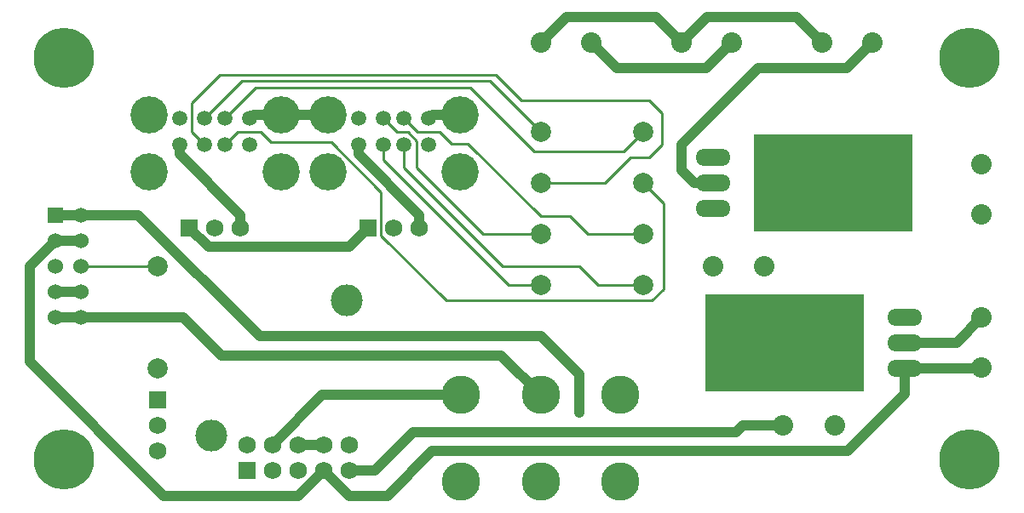
<source format=gbl>
%FSLAX36Y36*%
G04 Gerber Fmt 3.6, Leading zero omitted, Abs format (unit inch)*
G04 Created by KiCad (PCBNEW (2014-jul-16 BZR unknown)-product) date Tue 13 Jan 2015 03:42:58 PM PST*
%MOIN*%
G01*
G04 APERTURE LIST*
%ADD10C,0.003937*%
%ADD11C,0.236220*%
%ADD12R,0.068000X0.068000*%
%ADD13C,0.068000*%
%ADD14R,0.060000X0.060000*%
%ADD15C,0.060000*%
%ADD16C,0.080000*%
%ADD17O,0.137800X0.066900*%
%ADD18R,0.620000X0.380000*%
%ADD19C,0.078700*%
%ADD20C,0.150000*%
%ADD21C,0.059055*%
%ADD22C,0.145669*%
%ADD23C,0.125000*%
%ADD24C,0.035000*%
%ADD25C,0.040000*%
%ADD26C,0.010000*%
G04 APERTURE END LIST*
D10*
D11*
X4133858Y-4133858D03*
X7677165Y-4133858D03*
X4133858Y-5708661D03*
X7677165Y-5708661D03*
D12*
X4500000Y-5475000D03*
D13*
X4500000Y-5575000D03*
X4500000Y-5675000D03*
D14*
X4100000Y-4750000D03*
D15*
X4200000Y-4750000D03*
X4100000Y-4850000D03*
X4200000Y-4850000D03*
X4100000Y-4950000D03*
X4200000Y-4950000D03*
X4100000Y-5050000D03*
X4200000Y-5050000D03*
X4100000Y-5150000D03*
X4200000Y-5150000D03*
D16*
X7298425Y-4075000D03*
X7101575Y-4075000D03*
X6748425Y-4075000D03*
X6551575Y-4075000D03*
X6198425Y-4075000D03*
X6001575Y-4075000D03*
X7725000Y-4748425D03*
X7725000Y-4551575D03*
X7725000Y-5348425D03*
X7725000Y-5151575D03*
D17*
X6675000Y-4625000D03*
X6675000Y-4525000D03*
X6675000Y-4725000D03*
D18*
X7145000Y-4625000D03*
D17*
X7425000Y-5250000D03*
X7425000Y-5350000D03*
X7425000Y-5150000D03*
D18*
X6955000Y-5250000D03*
D19*
X4500000Y-5350000D03*
X4500000Y-4950000D03*
D16*
X6875500Y-4950000D03*
X6674500Y-4950000D03*
X7150500Y-5575000D03*
X6949500Y-5575000D03*
D20*
X6000000Y-5795000D03*
X6000000Y-5455000D03*
X6312000Y-5795000D03*
X5688000Y-5455000D03*
X6312000Y-5455000D03*
X5688000Y-5795000D03*
D21*
X5287205Y-4475000D03*
X5385630Y-4475000D03*
X5464370Y-4475000D03*
X5562795Y-4475000D03*
X5287205Y-4371850D03*
X5385630Y-4371850D03*
X5464370Y-4371850D03*
X5562795Y-4371850D03*
D22*
X5166339Y-4581693D03*
X5683661Y-4581693D03*
X5166339Y-4358071D03*
X5683661Y-4358071D03*
D19*
X6000000Y-5025000D03*
X6400000Y-5025000D03*
X6000000Y-4825000D03*
X6400000Y-4825000D03*
X6000000Y-4625000D03*
X6400000Y-4625000D03*
X6000000Y-4425000D03*
X6400000Y-4425000D03*
D13*
X4850000Y-5650000D03*
X4950000Y-5650000D03*
X5050000Y-5650000D03*
X5150000Y-5650000D03*
X5250000Y-5650000D03*
D12*
X4850000Y-5750000D03*
D13*
X4950000Y-5750000D03*
X5050000Y-5750000D03*
X5150000Y-5750000D03*
X5250000Y-5750000D03*
D23*
X4710000Y-5615000D03*
X5240000Y-5085000D03*
D12*
X5325000Y-4800000D03*
D13*
X5425000Y-4800000D03*
X5525000Y-4800000D03*
D12*
X4625000Y-4800000D03*
D13*
X4725000Y-4800000D03*
X4825000Y-4800000D03*
D21*
X4587205Y-4475000D03*
X4685630Y-4475000D03*
X4764370Y-4475000D03*
X4862795Y-4475000D03*
X4587205Y-4371850D03*
X4685630Y-4371850D03*
X4764370Y-4371850D03*
X4862795Y-4371850D03*
D22*
X4466339Y-4581693D03*
X4983661Y-4581693D03*
X4466339Y-4358071D03*
X4983661Y-4358071D03*
D24*
X6150000Y-5525000D03*
D25*
X7425000Y-5250000D02*
X7626575Y-5250000D01*
X7626575Y-5250000D02*
X7725000Y-5151575D01*
X6949500Y-5575000D02*
X6790000Y-5575000D01*
X5500000Y-5600000D02*
X5350000Y-5750000D01*
X6765000Y-5600000D02*
X5500000Y-5600000D01*
X6790000Y-5575000D02*
X6765000Y-5600000D01*
X5250000Y-5750000D02*
X5350000Y-5750000D01*
X4625000Y-4800000D02*
X4700000Y-4875000D01*
X5250000Y-4875000D02*
X5325000Y-4800000D01*
X4700000Y-4875000D02*
X5250000Y-4875000D01*
X4200000Y-4850000D02*
X4100000Y-4850000D01*
X5400000Y-5850000D02*
X5575000Y-5675000D01*
X5150000Y-5750000D02*
X5250000Y-5850000D01*
X5250000Y-5850000D02*
X5400000Y-5850000D01*
X5050000Y-5850000D02*
X5150000Y-5750000D01*
X4525000Y-5850000D02*
X5050000Y-5850000D01*
X7425000Y-5350000D02*
X7723425Y-5350000D01*
X7723425Y-5350000D02*
X7725000Y-5348425D01*
X7425000Y-5350000D02*
X7425000Y-5450000D01*
X7200000Y-5675000D02*
X7425000Y-5450000D01*
X5575000Y-5675000D02*
X7200000Y-5675000D01*
X4000000Y-4950000D02*
X4000000Y-5325000D01*
X4000000Y-5325000D02*
X4525000Y-5850000D01*
X4100000Y-4850000D02*
X4000000Y-4950000D01*
D26*
X4200000Y-4950000D02*
X4500000Y-4950000D01*
D25*
X4862795Y-4371850D02*
X4876575Y-4358071D01*
X4876575Y-4358071D02*
X4983661Y-4358071D01*
X5562795Y-4371850D02*
X5576575Y-4358071D01*
X5576575Y-4358071D02*
X5683661Y-4358071D01*
X5166339Y-4358071D02*
X4983661Y-4358071D01*
X5150000Y-5650000D02*
X5050000Y-5650000D01*
X4100000Y-5050000D02*
X4200000Y-5050000D01*
X6198425Y-4075000D02*
X6298425Y-4175000D01*
X6648425Y-4175000D02*
X6748425Y-4075000D01*
X6298425Y-4175000D02*
X6648425Y-4175000D01*
X6000000Y-5455000D02*
X5845000Y-5300000D01*
X4600000Y-5150000D02*
X4200000Y-5150000D01*
X4750000Y-5300000D02*
X4600000Y-5150000D01*
X5845000Y-5300000D02*
X4750000Y-5300000D01*
X4100000Y-5150000D02*
X4200000Y-5150000D01*
X6675000Y-4625000D02*
X6600000Y-4625000D01*
X7198425Y-4175000D02*
X7298425Y-4075000D01*
X6850000Y-4175000D02*
X7198425Y-4175000D01*
X6550000Y-4475000D02*
X6850000Y-4175000D01*
X6550000Y-4575000D02*
X6550000Y-4475000D01*
X6600000Y-4625000D02*
X6550000Y-4575000D01*
X4950000Y-5650000D02*
X5145000Y-5455000D01*
X5145000Y-5455000D02*
X5688000Y-5455000D01*
X6551575Y-4075000D02*
X6451575Y-3975000D01*
X6101575Y-3975000D02*
X6001575Y-4075000D01*
X6451575Y-3975000D02*
X6101575Y-3975000D01*
X6551575Y-4075000D02*
X6651575Y-3975000D01*
X7101575Y-4075000D02*
X7001575Y-3975000D01*
X7001575Y-3975000D02*
X6651575Y-3975000D01*
D26*
X5385630Y-4475000D02*
X5385630Y-4535630D01*
X5875000Y-5025000D02*
X6000000Y-5025000D01*
X5385630Y-4535630D02*
X5875000Y-5025000D01*
X5464370Y-4475000D02*
X5464370Y-4564370D01*
X6225000Y-5025000D02*
X6400000Y-5025000D01*
X6150000Y-4950000D02*
X6225000Y-5025000D01*
X5850000Y-4950000D02*
X6150000Y-4950000D01*
X5464370Y-4564370D02*
X5850000Y-4950000D01*
X5385630Y-4371850D02*
X5438780Y-4425000D01*
X5775000Y-4825000D02*
X6000000Y-4825000D01*
X5515000Y-4565000D02*
X5775000Y-4825000D01*
X5515000Y-4460000D02*
X5515000Y-4565000D01*
X5480000Y-4425000D02*
X5515000Y-4460000D01*
X5438780Y-4425000D02*
X5480000Y-4425000D01*
X5464370Y-4371850D02*
X5517520Y-4425000D01*
X6185000Y-4825000D02*
X6400000Y-4825000D01*
X6115000Y-4755000D02*
X6185000Y-4825000D01*
X6000000Y-4755000D02*
X6115000Y-4755000D01*
X5715000Y-4470000D02*
X6000000Y-4755000D01*
X5650000Y-4470000D02*
X5715000Y-4470000D01*
X5605000Y-4425000D02*
X5650000Y-4470000D01*
X5517520Y-4425000D02*
X5605000Y-4425000D01*
X6000000Y-4625000D02*
X6250000Y-4625000D01*
X5825000Y-4200000D02*
X4745000Y-4200000D01*
X5925000Y-4300000D02*
X5825000Y-4200000D01*
X6425000Y-4300000D02*
X5925000Y-4300000D01*
X6475000Y-4350000D02*
X6425000Y-4300000D01*
X6475000Y-4475000D02*
X6475000Y-4350000D01*
X6425000Y-4525000D02*
X6475000Y-4475000D01*
X6350000Y-4525000D02*
X6425000Y-4525000D01*
X6250000Y-4625000D02*
X6350000Y-4525000D01*
X4635000Y-4424370D02*
X4685630Y-4475000D01*
X4745000Y-4200000D02*
X4635000Y-4310000D01*
X4635000Y-4310000D02*
X4635000Y-4424370D01*
X4764370Y-4475000D02*
X4814370Y-4425000D01*
X6480000Y-4705000D02*
X6400000Y-4625000D01*
X6480000Y-5040000D02*
X6480000Y-4705000D01*
X6435000Y-5085000D02*
X6480000Y-5040000D01*
X5630000Y-5085000D02*
X6435000Y-5085000D01*
X5375000Y-4830000D02*
X5630000Y-5085000D01*
X5375000Y-4660000D02*
X5375000Y-4830000D01*
X5180000Y-4465000D02*
X5375000Y-4660000D01*
X4945000Y-4465000D02*
X5180000Y-4465000D01*
X4905000Y-4425000D02*
X4945000Y-4465000D01*
X4814370Y-4425000D02*
X4905000Y-4425000D01*
X6000000Y-4425000D02*
X5800000Y-4225000D01*
X4832480Y-4225000D02*
X4685630Y-4371850D01*
X5800000Y-4225000D02*
X4832480Y-4225000D01*
X4764370Y-4371850D02*
X4886220Y-4250000D01*
X6325000Y-4500000D02*
X6400000Y-4425000D01*
X5975000Y-4500000D02*
X6325000Y-4500000D01*
X5725000Y-4250000D02*
X5975000Y-4500000D01*
X4886220Y-4250000D02*
X5725000Y-4250000D01*
D25*
X4200000Y-4750000D02*
X4425000Y-4750000D01*
X6150000Y-5375000D02*
X6150000Y-5525000D01*
X6000000Y-5225000D02*
X6150000Y-5375000D01*
X4900000Y-5225000D02*
X6000000Y-5225000D01*
X4425000Y-4750000D02*
X4900000Y-5225000D01*
X4100000Y-4750000D02*
X4200000Y-4750000D01*
X4825000Y-4800000D02*
X4825000Y-4750000D01*
X4587205Y-4512205D02*
X4587205Y-4475000D01*
X4825000Y-4750000D02*
X4587205Y-4512205D01*
X5525000Y-4800000D02*
X5525000Y-4750000D01*
X5287205Y-4512205D02*
X5287205Y-4475000D01*
X5525000Y-4750000D02*
X5287205Y-4512205D01*
M02*

</source>
